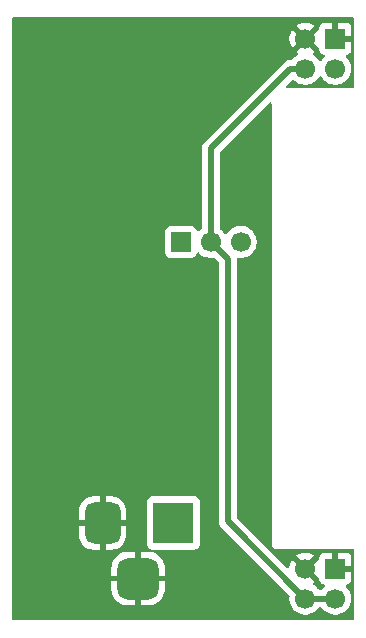
<source format=gbr>
%TF.GenerationSoftware,KiCad,Pcbnew,9.0.5*%
%TF.CreationDate,2025-10-31T15:32:28+05:30*%
%TF.ProjectId,Breadboard-PCB,42726561-6462-46f6-9172-642d5043422e,rev?*%
%TF.SameCoordinates,Original*%
%TF.FileFunction,Copper,L2,Bot*%
%TF.FilePolarity,Positive*%
%FSLAX46Y46*%
G04 Gerber Fmt 4.6, Leading zero omitted, Abs format (unit mm)*
G04 Created by KiCad (PCBNEW 9.0.5) date 2025-10-31 15:32:28*
%MOMM*%
%LPD*%
G01*
G04 APERTURE LIST*
G04 Aperture macros list*
%AMRoundRect*
0 Rectangle with rounded corners*
0 $1 Rounding radius*
0 $2 $3 $4 $5 $6 $7 $8 $9 X,Y pos of 4 corners*
0 Add a 4 corners polygon primitive as box body*
4,1,4,$2,$3,$4,$5,$6,$7,$8,$9,$2,$3,0*
0 Add four circle primitives for the rounded corners*
1,1,$1+$1,$2,$3*
1,1,$1+$1,$4,$5*
1,1,$1+$1,$6,$7*
1,1,$1+$1,$8,$9*
0 Add four rect primitives between the rounded corners*
20,1,$1+$1,$2,$3,$4,$5,0*
20,1,$1+$1,$4,$5,$6,$7,0*
20,1,$1+$1,$6,$7,$8,$9,0*
20,1,$1+$1,$8,$9,$2,$3,0*%
G04 Aperture macros list end*
%TA.AperFunction,ComponentPad*%
%ADD10R,3.500000X3.500000*%
%TD*%
%TA.AperFunction,ComponentPad*%
%ADD11RoundRect,0.750000X-0.750000X-1.000000X0.750000X-1.000000X0.750000X1.000000X-0.750000X1.000000X0*%
%TD*%
%TA.AperFunction,ComponentPad*%
%ADD12RoundRect,0.875000X-0.875000X-0.875000X0.875000X-0.875000X0.875000X0.875000X-0.875000X0.875000X0*%
%TD*%
%TA.AperFunction,ComponentPad*%
%ADD13C,1.700000*%
%TD*%
%TA.AperFunction,ComponentPad*%
%ADD14R,1.700000X1.700000*%
%TD*%
%TA.AperFunction,ViaPad*%
%ADD15C,0.600000*%
%TD*%
%TA.AperFunction,Conductor*%
%ADD16C,0.500000*%
%TD*%
G04 APERTURE END LIST*
D10*
%TO.P,DC-POWER,1*%
%TO.N,Net-(DC-POWER1-Pad1)*%
X107200000Y-108200000D03*
D11*
%TO.P,DC-POWER,2*%
%TO.N,GND*%
X101200000Y-108200000D03*
D12*
%TO.P,DC-POWER,3*%
X104200000Y-112900000D03*
%TD*%
D13*
%TO.P,3.3V OUT 5V,3,Pin_3*%
%TO.N,/5V*%
X112900000Y-84400000D03*
%TO.P,3.3V OUT 5V,2,Pin_2*%
%TO.N,/V_OUT*%
X110360000Y-84400000D03*
D14*
%TO.P,3.3V OUT 5V,1,Pin_1*%
%TO.N,/3.3V*%
X107820000Y-84400000D03*
%TD*%
%TO.P,J3,1,Pin_1*%
%TO.N,GND*%
X120900000Y-67200000D03*
D13*
%TO.P,J3,2,Pin_2*%
X118360000Y-67200000D03*
%TO.P,J3,3,Pin_3*%
%TO.N,/V_OUT*%
X120900000Y-69740000D03*
%TO.P,J3,4,Pin_4*%
X118360000Y-69740000D03*
%TD*%
%TO.P,J4,4,Pin_4*%
%TO.N,/V_OUT*%
X118360000Y-114600000D03*
%TO.P,J4,3,Pin_3*%
X120900000Y-114600000D03*
%TO.P,J4,2,Pin_2*%
%TO.N,GND*%
X118360000Y-112060000D03*
D14*
%TO.P,J4,1,Pin_1*%
X120900000Y-112060000D03*
%TD*%
D15*
%TO.N,GND*%
X113600000Y-80600000D03*
X112100000Y-80600000D03*
%TD*%
D16*
%TO.N,/V_OUT*%
X111800000Y-85840000D02*
X110360000Y-84400000D01*
X111800000Y-108040000D02*
X111800000Y-85840000D01*
X118360000Y-114600000D02*
X111800000Y-108040000D01*
X120900000Y-114600000D02*
X118360000Y-114600000D01*
X110360000Y-76477926D02*
X110360000Y-84400000D01*
X117097926Y-69740000D02*
X110360000Y-76477926D01*
X118360000Y-69740000D02*
X117097926Y-69740000D01*
%TD*%
%TA.AperFunction,Conductor*%
%TO.N,GND*%
G36*
X122442539Y-65420185D02*
G01*
X122488294Y-65472989D01*
X122499500Y-65524500D01*
X122499500Y-71275500D01*
X122479815Y-71342539D01*
X122427011Y-71388294D01*
X122375500Y-71399500D01*
X116799155Y-71399500D01*
X116732116Y-71379815D01*
X116686361Y-71327011D01*
X116676417Y-71257853D01*
X116705442Y-71194297D01*
X116711474Y-71187819D01*
X117217017Y-70682275D01*
X117278340Y-70648790D01*
X117348031Y-70653774D01*
X117392379Y-70682275D01*
X117480213Y-70770109D01*
X117652179Y-70895048D01*
X117652181Y-70895049D01*
X117652184Y-70895051D01*
X117841588Y-70991557D01*
X118043757Y-71057246D01*
X118253713Y-71090500D01*
X118253714Y-71090500D01*
X118466286Y-71090500D01*
X118466287Y-71090500D01*
X118676243Y-71057246D01*
X118878412Y-70991557D01*
X119067816Y-70895051D01*
X119089789Y-70879086D01*
X119239786Y-70770109D01*
X119239788Y-70770106D01*
X119239792Y-70770104D01*
X119390104Y-70619792D01*
X119390106Y-70619788D01*
X119390109Y-70619786D01*
X119515048Y-70447820D01*
X119515047Y-70447820D01*
X119515051Y-70447816D01*
X119519514Y-70439054D01*
X119567488Y-70388259D01*
X119635308Y-70371463D01*
X119701444Y-70393999D01*
X119740486Y-70439056D01*
X119744951Y-70447820D01*
X119869890Y-70619786D01*
X120020213Y-70770109D01*
X120192179Y-70895048D01*
X120192181Y-70895049D01*
X120192184Y-70895051D01*
X120381588Y-70991557D01*
X120583757Y-71057246D01*
X120793713Y-71090500D01*
X120793714Y-71090500D01*
X121006286Y-71090500D01*
X121006287Y-71090500D01*
X121216243Y-71057246D01*
X121418412Y-70991557D01*
X121607816Y-70895051D01*
X121629789Y-70879086D01*
X121779786Y-70770109D01*
X121779788Y-70770106D01*
X121779792Y-70770104D01*
X121930104Y-70619792D01*
X121930106Y-70619788D01*
X121930109Y-70619786D01*
X122055048Y-70447820D01*
X122055047Y-70447820D01*
X122055051Y-70447816D01*
X122151557Y-70258412D01*
X122217246Y-70056243D01*
X122250500Y-69846287D01*
X122250500Y-69633713D01*
X122217246Y-69423757D01*
X122151557Y-69221588D01*
X122055051Y-69032184D01*
X122055049Y-69032181D01*
X122055048Y-69032179D01*
X121930109Y-68860213D01*
X121816181Y-68746285D01*
X121782696Y-68684962D01*
X121787680Y-68615270D01*
X121829552Y-68559337D01*
X121860529Y-68542422D01*
X121992086Y-68493354D01*
X121992093Y-68493350D01*
X122107187Y-68407190D01*
X122107190Y-68407187D01*
X122193350Y-68292093D01*
X122193354Y-68292086D01*
X122243596Y-68157379D01*
X122243598Y-68157372D01*
X122249999Y-68097844D01*
X122250000Y-68097827D01*
X122250000Y-67450000D01*
X121333012Y-67450000D01*
X121365925Y-67392993D01*
X121400000Y-67265826D01*
X121400000Y-67134174D01*
X121365925Y-67007007D01*
X121333012Y-66950000D01*
X122250000Y-66950000D01*
X122250000Y-66302172D01*
X122249999Y-66302155D01*
X122243598Y-66242627D01*
X122243596Y-66242620D01*
X122193354Y-66107913D01*
X122193350Y-66107906D01*
X122107190Y-65992812D01*
X122107187Y-65992809D01*
X121992093Y-65906649D01*
X121992086Y-65906645D01*
X121857379Y-65856403D01*
X121857372Y-65856401D01*
X121797844Y-65850000D01*
X121150000Y-65850000D01*
X121150000Y-66766988D01*
X121092993Y-66734075D01*
X120965826Y-66700000D01*
X120834174Y-66700000D01*
X120707007Y-66734075D01*
X120650000Y-66766988D01*
X120650000Y-65850000D01*
X120002155Y-65850000D01*
X119942627Y-65856401D01*
X119942620Y-65856403D01*
X119807913Y-65906645D01*
X119807906Y-65906649D01*
X119692812Y-65992809D01*
X119692809Y-65992812D01*
X119606649Y-66107906D01*
X119606645Y-66107913D01*
X119556403Y-66242619D01*
X119556401Y-66242626D01*
X119547497Y-66325444D01*
X119544434Y-66325114D01*
X119545336Y-66342094D01*
X119512356Y-66401195D01*
X118842962Y-67070590D01*
X118825925Y-67007007D01*
X118760099Y-66892993D01*
X118667007Y-66799901D01*
X118552993Y-66734075D01*
X118489409Y-66717037D01*
X119121716Y-66084728D01*
X119067550Y-66045375D01*
X118878217Y-65948904D01*
X118676129Y-65883242D01*
X118466246Y-65850000D01*
X118253754Y-65850000D01*
X118043872Y-65883242D01*
X118043869Y-65883242D01*
X117841782Y-65948904D01*
X117652439Y-66045380D01*
X117598282Y-66084727D01*
X117598282Y-66084728D01*
X118230591Y-66717037D01*
X118167007Y-66734075D01*
X118052993Y-66799901D01*
X117959901Y-66892993D01*
X117894075Y-67007007D01*
X117877037Y-67070591D01*
X117244728Y-66438282D01*
X117244727Y-66438282D01*
X117205380Y-66492439D01*
X117108904Y-66681782D01*
X117043242Y-66883869D01*
X117043242Y-66883872D01*
X117010000Y-67093753D01*
X117010000Y-67306246D01*
X117043242Y-67516127D01*
X117043242Y-67516130D01*
X117108904Y-67718217D01*
X117205375Y-67907550D01*
X117244728Y-67961716D01*
X117877037Y-67329408D01*
X117894075Y-67392993D01*
X117959901Y-67507007D01*
X118052993Y-67600099D01*
X118167007Y-67665925D01*
X118230590Y-67682962D01*
X117598282Y-68315269D01*
X117598282Y-68315270D01*
X117652452Y-68354626D01*
X117652451Y-68354626D01*
X117661495Y-68359234D01*
X117712292Y-68407208D01*
X117729087Y-68475029D01*
X117706550Y-68541164D01*
X117661499Y-68580202D01*
X117652182Y-68584949D01*
X117480213Y-68709890D01*
X117329892Y-68860211D01*
X117273097Y-68938385D01*
X117217767Y-68981051D01*
X117172779Y-68989500D01*
X117024006Y-68989500D01*
X116879018Y-69018340D01*
X116879008Y-69018343D01*
X116742437Y-69074912D01*
X116742424Y-69074919D01*
X116619510Y-69157048D01*
X116619506Y-69157051D01*
X109777050Y-75999506D01*
X109777044Y-75999514D01*
X109727812Y-76073194D01*
X109727813Y-76073195D01*
X109694921Y-76122422D01*
X109694914Y-76122434D01*
X109638342Y-76259012D01*
X109638340Y-76259018D01*
X109609500Y-76404005D01*
X109609500Y-83212779D01*
X109589815Y-83279818D01*
X109558385Y-83313097D01*
X109480211Y-83369893D01*
X109366673Y-83483431D01*
X109305350Y-83516915D01*
X109235658Y-83511931D01*
X109179725Y-83470059D01*
X109162810Y-83439082D01*
X109113797Y-83307671D01*
X109113793Y-83307664D01*
X109027547Y-83192455D01*
X109027544Y-83192452D01*
X108912335Y-83106206D01*
X108912328Y-83106202D01*
X108777482Y-83055908D01*
X108777483Y-83055908D01*
X108717883Y-83049501D01*
X108717881Y-83049500D01*
X108717873Y-83049500D01*
X108717864Y-83049500D01*
X106922129Y-83049500D01*
X106922123Y-83049501D01*
X106862516Y-83055908D01*
X106727671Y-83106202D01*
X106727664Y-83106206D01*
X106612455Y-83192452D01*
X106612452Y-83192455D01*
X106526206Y-83307664D01*
X106526202Y-83307671D01*
X106475908Y-83442517D01*
X106469501Y-83502116D01*
X106469500Y-83502135D01*
X106469500Y-85297870D01*
X106469501Y-85297876D01*
X106475908Y-85357483D01*
X106526202Y-85492328D01*
X106526206Y-85492335D01*
X106612452Y-85607544D01*
X106612455Y-85607547D01*
X106727664Y-85693793D01*
X106727671Y-85693797D01*
X106862517Y-85744091D01*
X106862516Y-85744091D01*
X106869444Y-85744835D01*
X106922127Y-85750500D01*
X108717872Y-85750499D01*
X108777483Y-85744091D01*
X108912331Y-85693796D01*
X109027546Y-85607546D01*
X109113796Y-85492331D01*
X109162810Y-85360916D01*
X109204681Y-85304984D01*
X109270145Y-85280566D01*
X109338418Y-85295417D01*
X109366673Y-85316569D01*
X109480213Y-85430109D01*
X109652179Y-85555048D01*
X109652181Y-85555049D01*
X109652184Y-85555051D01*
X109841588Y-85651557D01*
X110043757Y-85717246D01*
X110253713Y-85750500D01*
X110253714Y-85750500D01*
X110466284Y-85750500D01*
X110466287Y-85750500D01*
X110561731Y-85735382D01*
X110631020Y-85744336D01*
X110668807Y-85770174D01*
X111013181Y-86114548D01*
X111046666Y-86175871D01*
X111049500Y-86202229D01*
X111049500Y-108113918D01*
X111049500Y-108113920D01*
X111049499Y-108113920D01*
X111078340Y-108258907D01*
X111078343Y-108258917D01*
X111134914Y-108395492D01*
X111167812Y-108444727D01*
X111167813Y-108444730D01*
X111217046Y-108518414D01*
X111217052Y-108518421D01*
X116989824Y-114291192D01*
X117023309Y-114352515D01*
X117024616Y-114398271D01*
X117009500Y-114493707D01*
X117009500Y-114706286D01*
X117042753Y-114916239D01*
X117108444Y-115118414D01*
X117204951Y-115307820D01*
X117329890Y-115479786D01*
X117480213Y-115630109D01*
X117652179Y-115755048D01*
X117652181Y-115755049D01*
X117652184Y-115755051D01*
X117841588Y-115851557D01*
X118043757Y-115917246D01*
X118253713Y-115950500D01*
X118253714Y-115950500D01*
X118466286Y-115950500D01*
X118466287Y-115950500D01*
X118676243Y-115917246D01*
X118878412Y-115851557D01*
X119067816Y-115755051D01*
X119089789Y-115739086D01*
X119239786Y-115630109D01*
X119239788Y-115630106D01*
X119239792Y-115630104D01*
X119390104Y-115479792D01*
X119390108Y-115479786D01*
X119446903Y-115401615D01*
X119451234Y-115398274D01*
X119453508Y-115393297D01*
X119478610Y-115377164D01*
X119502233Y-115358949D01*
X119508904Y-115357696D01*
X119512286Y-115355523D01*
X119547221Y-115350500D01*
X119712779Y-115350500D01*
X119779818Y-115370185D01*
X119813097Y-115401615D01*
X119869892Y-115479788D01*
X120020213Y-115630109D01*
X120192179Y-115755048D01*
X120192181Y-115755049D01*
X120192184Y-115755051D01*
X120381588Y-115851557D01*
X120583757Y-115917246D01*
X120793713Y-115950500D01*
X120793714Y-115950500D01*
X121006286Y-115950500D01*
X121006287Y-115950500D01*
X121216243Y-115917246D01*
X121418412Y-115851557D01*
X121607816Y-115755051D01*
X121629789Y-115739086D01*
X121779786Y-115630109D01*
X121779788Y-115630106D01*
X121779792Y-115630104D01*
X121930104Y-115479792D01*
X121930106Y-115479788D01*
X121930109Y-115479786D01*
X122055048Y-115307820D01*
X122055047Y-115307820D01*
X122055051Y-115307816D01*
X122151557Y-115118412D01*
X122217246Y-114916243D01*
X122250500Y-114706287D01*
X122250500Y-114493713D01*
X122217246Y-114283757D01*
X122151557Y-114081588D01*
X122055051Y-113892184D01*
X122055049Y-113892181D01*
X122055048Y-113892179D01*
X121930109Y-113720213D01*
X121816181Y-113606285D01*
X121782696Y-113544962D01*
X121787680Y-113475270D01*
X121829552Y-113419337D01*
X121860529Y-113402422D01*
X121992086Y-113353354D01*
X121992093Y-113353350D01*
X122107187Y-113267190D01*
X122107190Y-113267187D01*
X122193350Y-113152093D01*
X122193354Y-113152086D01*
X122243596Y-113017379D01*
X122243598Y-113017372D01*
X122249999Y-112957844D01*
X122250000Y-112957827D01*
X122250000Y-112310000D01*
X121333012Y-112310000D01*
X121365925Y-112252993D01*
X121400000Y-112125826D01*
X121400000Y-111994174D01*
X121365925Y-111867007D01*
X121333012Y-111810000D01*
X122250000Y-111810000D01*
X122250000Y-111162172D01*
X122249999Y-111162155D01*
X122243598Y-111102627D01*
X122243596Y-111102620D01*
X122193354Y-110967913D01*
X122193350Y-110967906D01*
X122107190Y-110852812D01*
X122107187Y-110852809D01*
X121992093Y-110766649D01*
X121992086Y-110766645D01*
X121857379Y-110716403D01*
X121857372Y-110716401D01*
X121797844Y-110710000D01*
X121150000Y-110710000D01*
X121150000Y-111626988D01*
X121092993Y-111594075D01*
X120965826Y-111560000D01*
X120834174Y-111560000D01*
X120707007Y-111594075D01*
X120650000Y-111626988D01*
X120650000Y-110710000D01*
X120002155Y-110710000D01*
X119942627Y-110716401D01*
X119942620Y-110716403D01*
X119807913Y-110766645D01*
X119807906Y-110766649D01*
X119692812Y-110852809D01*
X119692809Y-110852812D01*
X119606649Y-110967906D01*
X119606645Y-110967913D01*
X119556403Y-111102619D01*
X119556401Y-111102626D01*
X119547497Y-111185444D01*
X119544434Y-111185114D01*
X119545336Y-111202094D01*
X119512356Y-111261195D01*
X118842962Y-111930590D01*
X118825925Y-111867007D01*
X118760099Y-111752993D01*
X118667007Y-111659901D01*
X118552993Y-111594075D01*
X118489409Y-111577037D01*
X119121716Y-110944728D01*
X119067550Y-110905375D01*
X118878217Y-110808904D01*
X118676129Y-110743242D01*
X118466246Y-110710000D01*
X118253754Y-110710000D01*
X118043872Y-110743242D01*
X118043869Y-110743242D01*
X117841782Y-110808904D01*
X117652439Y-110905380D01*
X117598282Y-110944727D01*
X117598282Y-110944728D01*
X118230591Y-111577037D01*
X118167007Y-111594075D01*
X118052993Y-111659901D01*
X117959901Y-111752993D01*
X117894075Y-111867007D01*
X117877037Y-111930591D01*
X117244728Y-111298282D01*
X117244727Y-111298282D01*
X117205380Y-111352439D01*
X117108904Y-111541782D01*
X117043242Y-111743869D01*
X117043242Y-111743870D01*
X117015955Y-111916151D01*
X116986025Y-111979285D01*
X116926714Y-112016216D01*
X116856851Y-112015218D01*
X116805801Y-111984433D01*
X112586819Y-107765451D01*
X112553334Y-107704128D01*
X112550500Y-107677770D01*
X112550500Y-85857163D01*
X112570185Y-85790124D01*
X112622989Y-85744369D01*
X112692147Y-85734425D01*
X112693772Y-85734670D01*
X112793713Y-85750500D01*
X112793715Y-85750500D01*
X113006286Y-85750500D01*
X113006287Y-85750500D01*
X113216243Y-85717246D01*
X113418412Y-85651557D01*
X113607816Y-85555051D01*
X113694138Y-85492335D01*
X113779786Y-85430109D01*
X113779788Y-85430106D01*
X113779792Y-85430104D01*
X113930104Y-85279792D01*
X113930106Y-85279788D01*
X113930109Y-85279786D01*
X114055048Y-85107820D01*
X114055047Y-85107820D01*
X114055051Y-85107816D01*
X114151557Y-84918412D01*
X114217246Y-84716243D01*
X114250500Y-84506287D01*
X114250500Y-84293713D01*
X114217246Y-84083757D01*
X114151557Y-83881588D01*
X114055051Y-83692184D01*
X114055049Y-83692181D01*
X114055048Y-83692179D01*
X113930109Y-83520213D01*
X113779786Y-83369890D01*
X113607820Y-83244951D01*
X113418414Y-83148444D01*
X113418413Y-83148443D01*
X113418412Y-83148443D01*
X113216243Y-83082754D01*
X113216241Y-83082753D01*
X113216240Y-83082753D01*
X113054957Y-83057208D01*
X113006287Y-83049500D01*
X112793713Y-83049500D01*
X112745042Y-83057208D01*
X112583760Y-83082753D01*
X112381585Y-83148444D01*
X112192179Y-83244951D01*
X112020213Y-83369890D01*
X111869890Y-83520213D01*
X111744949Y-83692182D01*
X111740484Y-83700946D01*
X111692509Y-83751742D01*
X111624688Y-83768536D01*
X111558553Y-83745998D01*
X111519516Y-83700946D01*
X111515050Y-83692182D01*
X111390109Y-83520213D01*
X111239794Y-83369898D01*
X111239788Y-83369893D01*
X111161615Y-83313097D01*
X111118949Y-83257767D01*
X111110500Y-83212779D01*
X111110500Y-76840155D01*
X111130185Y-76773116D01*
X111146819Y-76752474D01*
X115287819Y-72611474D01*
X115349142Y-72577989D01*
X115418834Y-72582973D01*
X115474767Y-72624845D01*
X115499184Y-72690309D01*
X115499500Y-72699155D01*
X115499500Y-109965892D01*
X115509801Y-110004335D01*
X115533608Y-110093187D01*
X115566554Y-110150250D01*
X115599500Y-110207314D01*
X115692686Y-110300500D01*
X115806814Y-110366392D01*
X115934108Y-110400500D01*
X116065892Y-110400500D01*
X122375500Y-110400500D01*
X122442539Y-110420185D01*
X122488294Y-110472989D01*
X122499500Y-110524500D01*
X122499500Y-116275500D01*
X122479815Y-116342539D01*
X122427011Y-116388294D01*
X122375500Y-116399500D01*
X93624500Y-116399500D01*
X93557461Y-116379815D01*
X93511706Y-116327011D01*
X93500500Y-116275500D01*
X93500500Y-111931421D01*
X101950000Y-111931421D01*
X101950000Y-112650000D01*
X102766988Y-112650000D01*
X102734075Y-112707007D01*
X102700000Y-112834174D01*
X102700000Y-112965826D01*
X102734075Y-113092993D01*
X102766988Y-113150000D01*
X101950001Y-113150000D01*
X101950001Y-113868588D01*
X101952794Y-113921191D01*
X101997237Y-114150987D01*
X102079879Y-114369975D01*
X102198339Y-114571841D01*
X102198344Y-114571848D01*
X102349211Y-114750786D01*
X102349213Y-114750788D01*
X102528151Y-114901655D01*
X102528158Y-114901660D01*
X102730024Y-115020120D01*
X102949012Y-115102762D01*
X103178809Y-115147205D01*
X103231382Y-115149998D01*
X103231421Y-115149999D01*
X103949999Y-115149999D01*
X103950000Y-115149998D01*
X103950000Y-113400000D01*
X104450000Y-113400000D01*
X104450000Y-115149999D01*
X105168576Y-115149999D01*
X105168588Y-115149998D01*
X105221191Y-115147205D01*
X105450987Y-115102762D01*
X105669975Y-115020120D01*
X105871841Y-114901660D01*
X105871848Y-114901655D01*
X106050786Y-114750788D01*
X106050788Y-114750786D01*
X106201655Y-114571848D01*
X106201660Y-114571841D01*
X106320120Y-114369975D01*
X106402762Y-114150987D01*
X106447205Y-113921191D01*
X106447205Y-113921190D01*
X106449998Y-113868617D01*
X106450000Y-113868578D01*
X106450000Y-113150000D01*
X105633012Y-113150000D01*
X105665925Y-113092993D01*
X105700000Y-112965826D01*
X105700000Y-112834174D01*
X105665925Y-112707007D01*
X105633012Y-112650000D01*
X106449999Y-112650000D01*
X106449999Y-111931423D01*
X106449998Y-111931411D01*
X106447205Y-111878808D01*
X106402762Y-111649012D01*
X106320120Y-111430024D01*
X106201660Y-111228158D01*
X106201655Y-111228151D01*
X106050788Y-111049213D01*
X106050786Y-111049211D01*
X105871848Y-110898344D01*
X105871841Y-110898339D01*
X105669975Y-110779879D01*
X105450984Y-110697236D01*
X105445840Y-110696241D01*
X105383760Y-110664180D01*
X105348869Y-110603646D01*
X105352244Y-110533858D01*
X105392814Y-110476973D01*
X105457697Y-110451052D01*
X105469374Y-110450499D01*
X108997872Y-110450499D01*
X109057483Y-110444091D01*
X109192331Y-110393796D01*
X109307546Y-110307546D01*
X109393796Y-110192331D01*
X109444091Y-110057483D01*
X109450500Y-109997873D01*
X109450499Y-106402128D01*
X109444091Y-106342517D01*
X109404571Y-106236559D01*
X109393797Y-106207671D01*
X109393793Y-106207664D01*
X109307547Y-106092455D01*
X109307544Y-106092452D01*
X109192335Y-106006206D01*
X109192328Y-106006202D01*
X109057482Y-105955908D01*
X109057483Y-105955908D01*
X108997883Y-105949501D01*
X108997881Y-105949500D01*
X108997873Y-105949500D01*
X108997864Y-105949500D01*
X105402129Y-105949500D01*
X105402123Y-105949501D01*
X105342516Y-105955908D01*
X105207671Y-106006202D01*
X105207664Y-106006206D01*
X105092455Y-106092452D01*
X105092452Y-106092455D01*
X105006206Y-106207664D01*
X105006202Y-106207671D01*
X104955908Y-106342517D01*
X104949501Y-106402116D01*
X104949501Y-106402123D01*
X104949500Y-106402135D01*
X104949500Y-109997870D01*
X104949501Y-109997876D01*
X104955908Y-110057483D01*
X105006202Y-110192328D01*
X105006206Y-110192335D01*
X105092452Y-110307544D01*
X105092455Y-110307547D01*
X105207664Y-110393793D01*
X105207673Y-110393798D01*
X105256506Y-110412011D01*
X105312440Y-110453881D01*
X105336858Y-110519345D01*
X105322007Y-110587618D01*
X105272603Y-110637024D01*
X105206598Y-110652018D01*
X105168625Y-110650001D01*
X105168579Y-110650000D01*
X104450000Y-110650000D01*
X104450000Y-112400000D01*
X103950000Y-112400000D01*
X103950000Y-110650000D01*
X103231423Y-110650000D01*
X103231411Y-110650001D01*
X103178808Y-110652794D01*
X102949012Y-110697237D01*
X102730024Y-110779879D01*
X102528158Y-110898339D01*
X102528151Y-110898344D01*
X102349213Y-111049211D01*
X102349211Y-111049213D01*
X102198344Y-111228151D01*
X102198339Y-111228158D01*
X102079879Y-111430024D01*
X101997237Y-111649012D01*
X101952794Y-111878808D01*
X101952794Y-111878809D01*
X101950001Y-111931382D01*
X101950000Y-111931421D01*
X93500500Y-111931421D01*
X93500500Y-107135803D01*
X99200000Y-107135803D01*
X99200000Y-107950000D01*
X100700000Y-107950000D01*
X100700000Y-108450000D01*
X99200001Y-108450000D01*
X99200001Y-109264197D01*
X99210400Y-109396332D01*
X99265377Y-109614519D01*
X99358428Y-109819374D01*
X99358431Y-109819380D01*
X99486559Y-110004323D01*
X99486569Y-110004335D01*
X99645664Y-110163430D01*
X99645676Y-110163440D01*
X99830619Y-110291568D01*
X99830625Y-110291571D01*
X100035480Y-110384622D01*
X100253667Y-110439599D01*
X100385810Y-110449999D01*
X100949999Y-110449999D01*
X100950000Y-110449998D01*
X100950000Y-109633012D01*
X101007007Y-109665925D01*
X101134174Y-109700000D01*
X101265826Y-109700000D01*
X101392993Y-109665925D01*
X101450000Y-109633012D01*
X101450000Y-110449999D01*
X102014182Y-110449999D01*
X102014197Y-110449998D01*
X102146332Y-110439599D01*
X102364519Y-110384622D01*
X102569374Y-110291571D01*
X102569380Y-110291568D01*
X102754323Y-110163440D01*
X102754335Y-110163430D01*
X102913430Y-110004335D01*
X102913440Y-110004323D01*
X103041568Y-109819380D01*
X103041571Y-109819374D01*
X103134622Y-109614519D01*
X103189599Y-109396332D01*
X103199999Y-109264196D01*
X103200000Y-109264184D01*
X103200000Y-108450000D01*
X101700000Y-108450000D01*
X101700000Y-107950000D01*
X103199999Y-107950000D01*
X103199999Y-107135817D01*
X103199998Y-107135802D01*
X103189599Y-107003667D01*
X103134622Y-106785480D01*
X103041571Y-106580625D01*
X103041568Y-106580619D01*
X102913440Y-106395676D01*
X102913430Y-106395664D01*
X102754335Y-106236569D01*
X102754323Y-106236559D01*
X102569380Y-106108431D01*
X102569374Y-106108428D01*
X102364519Y-106015377D01*
X102146332Y-105960400D01*
X102014196Y-105950000D01*
X101450000Y-105950000D01*
X101450000Y-106766988D01*
X101392993Y-106734075D01*
X101265826Y-106700000D01*
X101134174Y-106700000D01*
X101007007Y-106734075D01*
X100950000Y-106766988D01*
X100950000Y-105950000D01*
X100385817Y-105950000D01*
X100385802Y-105950001D01*
X100253667Y-105960400D01*
X100035480Y-106015377D01*
X99830625Y-106108428D01*
X99830619Y-106108431D01*
X99645676Y-106236559D01*
X99645664Y-106236569D01*
X99486569Y-106395664D01*
X99486559Y-106395676D01*
X99358431Y-106580619D01*
X99358428Y-106580625D01*
X99265377Y-106785480D01*
X99210400Y-107003667D01*
X99200000Y-107135803D01*
X93500500Y-107135803D01*
X93500500Y-65524500D01*
X93520185Y-65457461D01*
X93572989Y-65411706D01*
X93624500Y-65400500D01*
X122375500Y-65400500D01*
X122442539Y-65420185D01*
G37*
%TD.AperFunction*%
%TA.AperFunction,Conductor*%
G36*
X119512356Y-112858803D02*
G01*
X119545841Y-112920126D01*
X119544926Y-112934831D01*
X119547497Y-112934555D01*
X119556401Y-113017373D01*
X119556403Y-113017380D01*
X119606645Y-113152086D01*
X119606649Y-113152093D01*
X119692809Y-113267187D01*
X119692812Y-113267190D01*
X119807906Y-113353350D01*
X119807913Y-113353354D01*
X119939470Y-113402422D01*
X119995404Y-113444293D01*
X120019821Y-113509758D01*
X120004969Y-113578031D01*
X119983819Y-113606285D01*
X119869892Y-113720212D01*
X119813097Y-113798385D01*
X119808765Y-113801725D01*
X119806492Y-113806703D01*
X119781389Y-113822835D01*
X119757767Y-113841051D01*
X119751095Y-113842303D01*
X119747714Y-113844477D01*
X119712779Y-113849500D01*
X119547221Y-113849500D01*
X119480182Y-113829815D01*
X119446903Y-113798385D01*
X119390107Y-113720211D01*
X119239786Y-113569890D01*
X119067817Y-113444949D01*
X119058504Y-113440204D01*
X119007707Y-113392230D01*
X118990912Y-113324409D01*
X119013449Y-113258274D01*
X119058507Y-113219232D01*
X119067555Y-113214622D01*
X119121716Y-113175270D01*
X119121717Y-113175270D01*
X118489408Y-112542962D01*
X118552993Y-112525925D01*
X118667007Y-112460099D01*
X118760099Y-112367007D01*
X118825925Y-112252993D01*
X118842962Y-112189409D01*
X119512356Y-112858803D01*
G37*
%TD.AperFunction*%
%TA.AperFunction,Conductor*%
G36*
X119512356Y-67998803D02*
G01*
X119545841Y-68060126D01*
X119544926Y-68074831D01*
X119547497Y-68074555D01*
X119556401Y-68157373D01*
X119556403Y-68157380D01*
X119606645Y-68292086D01*
X119606649Y-68292093D01*
X119692809Y-68407187D01*
X119692812Y-68407190D01*
X119807906Y-68493350D01*
X119807913Y-68493354D01*
X119939470Y-68542422D01*
X119995404Y-68584293D01*
X120019821Y-68649758D01*
X120004969Y-68718031D01*
X119983819Y-68746285D01*
X119869889Y-68860215D01*
X119744949Y-69032182D01*
X119740484Y-69040946D01*
X119692509Y-69091742D01*
X119624688Y-69108536D01*
X119558553Y-69085998D01*
X119519516Y-69040946D01*
X119515050Y-69032182D01*
X119390109Y-68860213D01*
X119239786Y-68709890D01*
X119067817Y-68584949D01*
X119058504Y-68580204D01*
X119007707Y-68532230D01*
X118990912Y-68464409D01*
X119013449Y-68398274D01*
X119058507Y-68359232D01*
X119067555Y-68354622D01*
X119121716Y-68315270D01*
X119121717Y-68315270D01*
X118489408Y-67682962D01*
X118552993Y-67665925D01*
X118667007Y-67600099D01*
X118760099Y-67507007D01*
X118825925Y-67392993D01*
X118842962Y-67329409D01*
X119512356Y-67998803D01*
G37*
%TD.AperFunction*%
%TD*%
M02*

</source>
